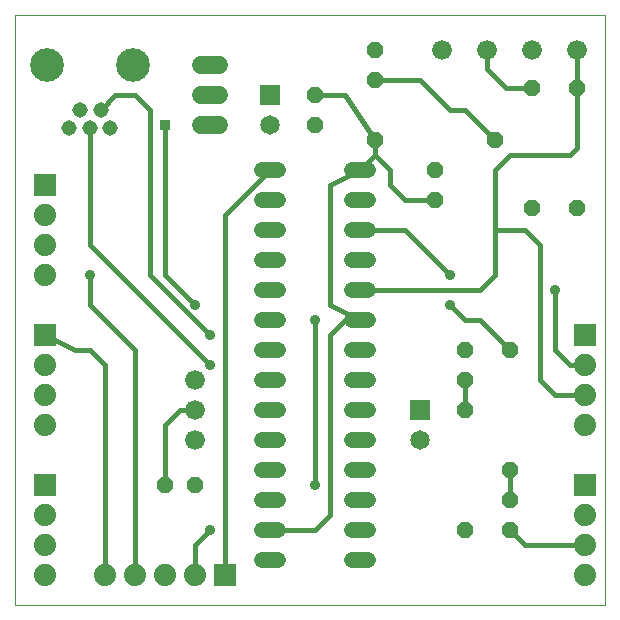
<source format=gtl>
G75*
G70*
%OFA0B0*%
%FSLAX24Y24*%
%IPPOS*%
%LPD*%
%AMOC8*
5,1,8,0,0,1.08239X$1,22.5*
%
%ADD10C,0.0000*%
%ADD11C,0.0520*%
%ADD12OC8,0.0520*%
%ADD13C,0.0660*%
%ADD14R,0.0650X0.0650*%
%ADD15C,0.0650*%
%ADD16C,0.0600*%
%ADD17C,0.0515*%
%ADD18C,0.1122*%
%ADD19R,0.0740X0.0740*%
%ADD20C,0.0740*%
%ADD21C,0.0160*%
%ADD22C,0.0356*%
%ADD23R,0.0356X0.0356*%
D10*
X000181Y000181D02*
X000181Y019866D01*
X019866Y019866D01*
X019866Y000181D01*
X000181Y000181D01*
D11*
X008421Y001681D02*
X008941Y001681D01*
X008941Y002681D02*
X008421Y002681D01*
X008421Y003681D02*
X008941Y003681D01*
X008941Y004681D02*
X008421Y004681D01*
X008421Y005681D02*
X008941Y005681D01*
X008941Y006681D02*
X008421Y006681D01*
X008421Y007681D02*
X008941Y007681D01*
X008941Y008681D02*
X008421Y008681D01*
X008421Y009681D02*
X008941Y009681D01*
X008941Y010681D02*
X008421Y010681D01*
X008421Y011681D02*
X008941Y011681D01*
X008941Y012681D02*
X008421Y012681D01*
X008421Y013681D02*
X008941Y013681D01*
X008941Y014681D02*
X008421Y014681D01*
X011421Y014681D02*
X011941Y014681D01*
X011941Y013681D02*
X011421Y013681D01*
X011421Y012681D02*
X011941Y012681D01*
X011941Y011681D02*
X011421Y011681D01*
X011421Y010681D02*
X011941Y010681D01*
X011941Y009681D02*
X011421Y009681D01*
X011421Y008681D02*
X011941Y008681D01*
X011941Y007681D02*
X011421Y007681D01*
X011421Y006681D02*
X011941Y006681D01*
X011941Y005681D02*
X011421Y005681D01*
X011421Y004681D02*
X011941Y004681D01*
X011941Y003681D02*
X011421Y003681D01*
X011421Y002681D02*
X011941Y002681D01*
X011941Y001681D02*
X011421Y001681D01*
D12*
X015181Y002681D03*
X016681Y002681D03*
X016681Y003681D03*
X016681Y004681D03*
X015181Y006681D03*
X015181Y007681D03*
X015181Y008681D03*
X016681Y008681D03*
X017431Y013431D03*
X018931Y013431D03*
X016181Y015681D03*
X017431Y017431D03*
X018931Y017431D03*
X014181Y014681D03*
X014181Y013681D03*
X012181Y015681D03*
X012181Y017681D03*
X012181Y018681D03*
X010181Y017181D03*
X010181Y016181D03*
X006181Y004181D03*
X005181Y004181D03*
D13*
X006181Y005681D03*
X006181Y006681D03*
X006181Y007681D03*
X014431Y018681D03*
X015931Y018681D03*
X017431Y018681D03*
X018931Y018681D03*
D14*
X008681Y017181D03*
X013681Y006681D03*
D15*
X013681Y005681D03*
X008681Y016181D03*
D16*
X006981Y016181D02*
X006381Y016181D01*
X006381Y017181D02*
X006981Y017181D01*
X006981Y018181D02*
X006381Y018181D01*
D17*
X003351Y016081D03*
X002681Y016081D03*
X002351Y016701D03*
X001981Y016081D03*
X003041Y016701D03*
D18*
X004118Y018181D03*
X001244Y018181D03*
D19*
X001181Y014181D03*
X001181Y009181D03*
X001181Y004181D03*
X007181Y001181D03*
X019181Y004181D03*
X019181Y009181D03*
D20*
X019181Y008181D03*
X019181Y007181D03*
X019181Y006181D03*
X019181Y003181D03*
X019181Y002181D03*
X019181Y001181D03*
X006181Y001181D03*
X005181Y001181D03*
X004181Y001181D03*
X003181Y001181D03*
X001181Y001181D03*
X001181Y002181D03*
X001181Y003181D03*
X001181Y006181D03*
X001181Y007181D03*
X001181Y008181D03*
X001181Y011181D03*
X001181Y012181D03*
X001181Y013181D03*
D21*
X002681Y012181D02*
X006681Y008181D01*
X006681Y009181D02*
X004681Y011181D01*
X004681Y016681D01*
X004181Y017181D01*
X003521Y017181D01*
X003041Y016701D01*
X002681Y016081D02*
X002681Y012181D01*
X002681Y011181D02*
X002681Y010181D01*
X004181Y008681D01*
X004181Y001181D01*
X003181Y001181D02*
X003181Y008181D01*
X002681Y008681D01*
X002181Y008681D01*
X001181Y009181D01*
X005181Y011181D02*
X006181Y010181D01*
X005181Y011181D02*
X005181Y016181D01*
X007181Y013181D02*
X008681Y014681D01*
X007181Y013181D02*
X007181Y001181D01*
X006181Y001181D02*
X006181Y002181D01*
X006681Y002681D01*
X005181Y004181D02*
X005181Y006181D01*
X005681Y006681D01*
X006181Y006681D01*
X008681Y002681D02*
X010181Y002681D01*
X010681Y003181D01*
X010681Y009181D01*
X011181Y009681D01*
X011681Y009681D01*
X010681Y010181D01*
X010681Y014181D01*
X011681Y014681D01*
X012181Y015181D01*
X012681Y014681D01*
X012681Y014181D01*
X013181Y013681D01*
X014181Y013681D01*
X013181Y012681D02*
X014681Y011181D01*
X014681Y010181D02*
X015181Y009681D01*
X015681Y009681D01*
X016681Y008681D01*
X017681Y007681D02*
X017681Y012181D01*
X017181Y012681D01*
X016181Y012681D01*
X016181Y011181D01*
X015681Y010681D01*
X011681Y010681D01*
X010181Y009681D02*
X010181Y004181D01*
X015181Y006681D02*
X015181Y007681D01*
X017681Y007681D02*
X018181Y007181D01*
X019181Y007181D01*
X019181Y008181D02*
X018681Y008181D01*
X018181Y008681D01*
X018181Y010681D01*
X016181Y012681D02*
X016181Y014681D01*
X016681Y015181D01*
X018681Y015181D01*
X018931Y015431D01*
X018931Y017431D01*
X018931Y018681D01*
X017431Y017431D02*
X016556Y017431D01*
X015931Y018056D01*
X015931Y018681D01*
X015181Y016681D02*
X014681Y016681D01*
X013681Y017681D01*
X012181Y017681D01*
X011181Y017181D02*
X012181Y015681D01*
X012181Y015181D01*
X011181Y017181D02*
X010181Y017181D01*
X011681Y012681D02*
X013181Y012681D01*
X016181Y015681D02*
X015181Y016681D01*
X016681Y004681D02*
X016681Y003681D01*
X016681Y002681D02*
X017181Y002181D01*
X019181Y002181D01*
D22*
X014681Y010181D03*
X014681Y011181D03*
X018181Y010681D03*
X010181Y009681D03*
X006681Y009181D03*
X006681Y008181D03*
X006181Y010181D03*
X002681Y011181D03*
X010181Y004181D03*
X006681Y002681D03*
D23*
X005181Y016181D03*
M02*

</source>
